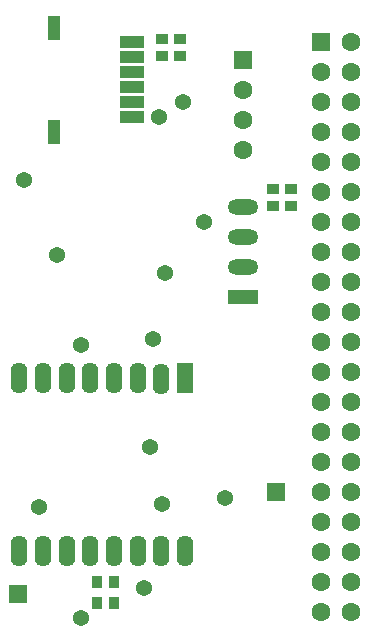
<source format=gts>
G04 Layer_Color=8388736*
%FSLAX25Y25*%
%MOIN*%
G70*
G01*
G75*
%ADD27R,0.03550X0.03943*%
%ADD28R,0.03943X0.03550*%
%ADD29R,0.03943X0.08274*%
%ADD30R,0.08274X0.03943*%
%ADD31O,0.05400X0.10400*%
%ADD32R,0.05400X0.10400*%
%ADD33R,0.06305X0.06305*%
%ADD34C,0.06305*%
%ADD35R,0.06305X0.06305*%
%ADD36R,0.10243X0.05124*%
%ADD37O,0.10243X0.05124*%
%ADD38C,0.05400*%
D27*
X37244Y13000D02*
D03*
X42756D02*
D03*
X37244Y20000D02*
D03*
X42756D02*
D03*
D28*
X102000Y150756D02*
D03*
Y145244D02*
D03*
X96000Y150756D02*
D03*
Y145244D02*
D03*
X65000Y200756D02*
D03*
Y195244D02*
D03*
X59000Y200756D02*
D03*
Y195244D02*
D03*
D29*
X23000Y170000D02*
D03*
Y204646D02*
D03*
D30*
X48984Y174921D02*
D03*
Y179921D02*
D03*
Y184921D02*
D03*
Y189921D02*
D03*
Y194921D02*
D03*
Y199921D02*
D03*
D31*
X11378Y30123D02*
D03*
X19252D02*
D03*
X27126D02*
D03*
X35000D02*
D03*
X42874D02*
D03*
X50748D02*
D03*
X58622D02*
D03*
X66496D02*
D03*
X11378Y88000D02*
D03*
X19252D02*
D03*
X27126D02*
D03*
X35000D02*
D03*
X42874D02*
D03*
X50748D02*
D03*
X58622Y87606D02*
D03*
D32*
X66496Y88000D02*
D03*
D33*
X11000Y16000D02*
D03*
X97000Y50000D02*
D03*
D34*
X86000Y164000D02*
D03*
Y174000D02*
D03*
Y184000D02*
D03*
X122000Y10000D02*
D03*
X112000D02*
D03*
X122000Y20000D02*
D03*
X112000D02*
D03*
X122000Y30000D02*
D03*
X112000D02*
D03*
X122000Y40000D02*
D03*
X112000D02*
D03*
X122000Y50000D02*
D03*
X112000D02*
D03*
X122000Y60000D02*
D03*
X112000D02*
D03*
X122000Y70000D02*
D03*
X112000D02*
D03*
X122000Y80000D02*
D03*
X112000D02*
D03*
X122000Y90000D02*
D03*
X112000D02*
D03*
X122000Y100000D02*
D03*
X112000D02*
D03*
X122000Y110000D02*
D03*
X112000D02*
D03*
X122000Y120000D02*
D03*
X112000D02*
D03*
X122000Y130000D02*
D03*
X112000D02*
D03*
X122000Y140000D02*
D03*
X112000D02*
D03*
X122000Y150000D02*
D03*
X112000D02*
D03*
X122000Y160000D02*
D03*
X112000D02*
D03*
X122000Y170000D02*
D03*
X112000D02*
D03*
X122000Y180000D02*
D03*
X112000D02*
D03*
X122000Y190000D02*
D03*
X112000D02*
D03*
X122000Y200000D02*
D03*
D35*
X86000Y194000D02*
D03*
X112000Y200000D02*
D03*
D36*
X86000Y115000D02*
D03*
D37*
Y125000D02*
D03*
Y135000D02*
D03*
Y145000D02*
D03*
D38*
X55000Y65000D02*
D03*
X18000Y45000D02*
D03*
X60000Y123000D02*
D03*
X24000Y129000D02*
D03*
X13000Y154000D02*
D03*
X80000Y48000D02*
D03*
X32000Y8000D02*
D03*
X53000Y18000D02*
D03*
X59000Y46000D02*
D03*
X73000Y140000D02*
D03*
X56000Y101000D02*
D03*
X32000Y99000D02*
D03*
X66000Y180000D02*
D03*
X58000Y175000D02*
D03*
M02*

</source>
